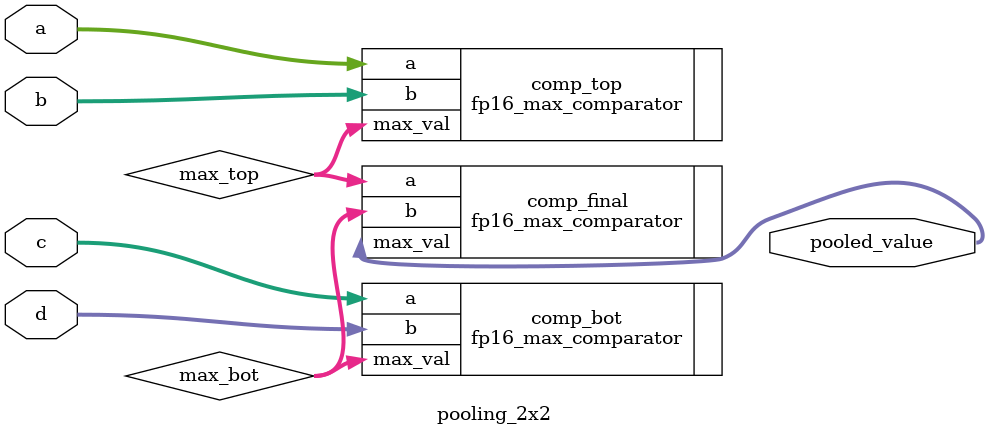
<source format=sv>
module pooling_2x2 (
    input logic [15:0] a, // a b
    input logic [15:0] b, // c d
    input logic [15:0] c,
    input logic [15:0] d,
    output logic [15:0] pooled_value
);
    logic [15:0] max_top;
    logic [15:0] max_bot;

    // Compare top row
    fp16_max_comparator comp_top (
        .a(a),
        .b(b),
        .max_val(max_top)
    );

    // Compare bottom row
    fp16_max_comparator comp_bot (
        .a(c),
        .b(d),
        .max_val(max_bot)
    );

    // Compare row results
    fp16_max_comparator comp_final (
        .a(max_top),
        .b(max_bot),
        .max_val(pooled_value)
    );
endmodule
</source>
